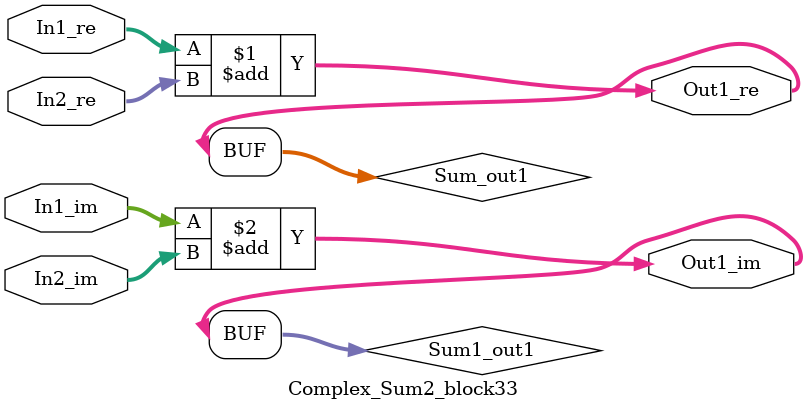
<source format=v>



`timescale 1 ns / 1 ns

module Complex_Sum2_block33
          (In1_re,
           In1_im,
           In2_re,
           In2_im,
           Out1_re,
           Out1_im);


  input   signed [36:0] In1_re;  // sfix37_En22
  input   signed [36:0] In1_im;  // sfix37_En22
  input   signed [36:0] In2_re;  // sfix37_En22
  input   signed [36:0] In2_im;  // sfix37_En22
  output  signed [36:0] Out1_re;  // sfix37_En22
  output  signed [36:0] Out1_im;  // sfix37_En22


  wire signed [36:0] Sum_out1;  // sfix37_En22
  wire signed [36:0] Sum1_out1;  // sfix37_En22


  assign Sum_out1 = In1_re + In2_re;



  assign Out1_re = Sum_out1;

  assign Sum1_out1 = In1_im + In2_im;



  assign Out1_im = Sum1_out1;

endmodule  // Complex_Sum2_block33


</source>
